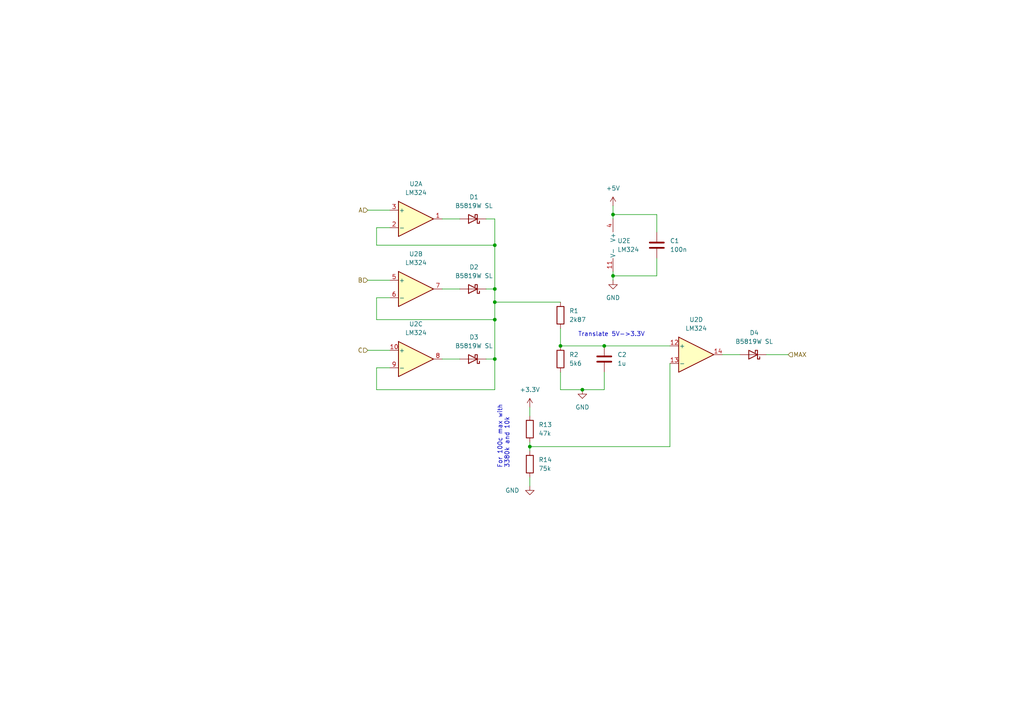
<source format=kicad_sch>
(kicad_sch (version 20230121) (generator eeschema)
  (paper "A4")
  (lib_symbols
    (symbol "Amplifier_Operational:LM324" (pin_names (offset 0.127))
      (property "Reference" "U" (at 0 5.08 0))
      (property "Value" "LM324" (at 0 -5.08 0))
      (symbol "LM324_1_1"
        (polyline (pts (xy -5.08 5.08) (xy 5.08 0) (xy -5.08 -5.08) (xy -5.08 5.08)) (stroke (width 0.254)) (fill (type background)))
        (pin output line (at 7.62 0 180) (length 2.54) (name "~") (number "1"))
        (pin input line (at -7.62 -2.54 0) (length 2.54) (name "-") (number "2"))
        (pin input line (at -7.62 2.54 0) (length 2.54) (name "+") (number "3"))
      )
      (symbol "LM324_2_1"
        (polyline (pts (xy -5.08 5.08) (xy 5.08 0) (xy -5.08 -5.08) (xy -5.08 5.08)) (stroke (width 0.254)) (fill (type background)))
        (pin input line (at -7.62 2.54 0) (length 2.54) (name "+") (number "5"))
        (pin input line (at -7.62 -2.54 0) (length 2.54) (name "-") (number "6"))
        (pin output line (at 7.62 0 180) (length 2.54) (name "~") (number "7"))
      )
      (symbol "LM324_3_1"
        (polyline (pts (xy -5.08 5.08) (xy 5.08 0) (xy -5.08 -5.08) (xy -5.08 5.08)) (stroke (width 0.254)) (fill (type background)))
        (pin input line (at -7.62 2.54 0) (length 2.54) (name "+") (number "10"))
        (pin output line (at 7.62 0 180) (length 2.54) (name "~") (number "8"))
        (pin input line (at -7.62 -2.54 0) (length 2.54) (name "-") (number "9"))
      )
      (symbol "LM324_4_1"
        (polyline (pts (xy -5.08 5.08) (xy 5.08 0) (xy -5.08 -5.08) (xy -5.08 5.08)) (stroke (width 0.254)) (fill (type background)))
        (pin input line (at -7.62 2.54 0) (length 2.54) (name "+") (number "12"))
        (pin input line (at -7.62 -2.54 0) (length 2.54) (name "-") (number "13"))
        (pin output line (at 7.62 0 180) (length 2.54) (name "~") (number "14"))
      )
      (symbol "LM324_5_1"
        (pin power_in line (at -2.54 -7.62 90) (length 3.81) (name "V-") (number "11"))
        (pin power_in line (at -2.54 7.62 270) (length 3.81) (name "V+") (number "4"))
      )
    )
    (symbol "Device:C" (pin_numbers hide) (pin_names (offset 0.254))
      (property "Reference" "C" (at 0.635 2.54 0))
      (property "Value" "C" (at 0.635 -2.54 0))
      (symbol "C_0_1"
        (polyline (pts (xy -2.032 -0.762) (xy 2.032 -0.762)) (stroke (width 0.508)))
        (polyline (pts (xy -2.032 0.762) (xy 2.032 0.762)) (stroke (width 0.508)))
      )
      (symbol "C_1_1"
        (pin passive line (at 0 3.81 270) (length 2.794) (name "~") (number "1"))
        (pin passive line (at 0 -3.81 90) (length 2.794) (name "~") (number "2"))
      )
    )
    (symbol "Device:D_Schottky" (pin_numbers hide) (pin_names (offset 1.016) hide)
      (property "Reference" "D" (at 0 2.54 0))
      (property "Value" "D_Schottky" (at 0 -2.54 0))
      (symbol "D_Schottky_0_1"
        (polyline (pts (xy 1.27 0) (xy -1.27 0)))
        (polyline (pts (xy 1.27 1.27) (xy 1.27 -1.27) (xy -1.27 0) (xy 1.27 1.27)) (stroke (width 0.254)))
        (polyline (pts (xy -1.905 0.635) (xy -1.905 1.27) (xy -1.27 1.27) (xy -1.27 -1.27) (xy -0.635 -1.27) (xy -0.635 -0.635)) (stroke (width 0.254)))
      )
      (symbol "D_Schottky_1_1"
        (pin passive line (at -3.81 0 0) (length 2.54) (name "K") (number "1"))
        (pin passive line (at 3.81 0 180) (length 2.54) (name "A") (number "2"))
      )
    )
    (symbol "Device:R" (pin_numbers hide) (pin_names (offset 0))
      (property "Reference" "R" (at 2.032 0 90))
      (property "Value" "R" (at 0 0 90))
      (symbol "R_0_1"
        (rectangle (start -1.016 -2.54) (end 1.016 2.54) (stroke (width 0.254)))
      )
      (symbol "R_1_1"
        (pin passive line (at 0 3.81 270) (length 1.27) (name "~") (number "1"))
        (pin passive line (at 0 -3.81 90) (length 1.27) (name "~") (number "2"))
      )
    )
    (symbol "power:+3.3V" (power) (pin_names (offset 0))
      (property "Value" "+3.3V" (at 0 3.556 0))
      (symbol "+3.3V_0_1"
        (polyline (pts (xy -0.762 1.27) (xy 0 2.54)))
        (polyline (pts (xy 0 0) (xy 0 2.54)))
        (polyline (pts (xy 0 2.54) (xy 0.762 1.27)))
      )
      (symbol "+3.3V_1_1"
        (pin power_in line (at 0 0 90) (length 0) hide (name "+3.3V") (number "1"))
      )
    )
    (symbol "power:+5V" (power) (pin_names (offset 0))
      (property "Value" "+5V" (at 0 3.556 0))
      (symbol "+5V_0_1"
        (polyline (pts (xy -0.762 1.27) (xy 0 2.54)))
        (polyline (pts (xy 0 0) (xy 0 2.54)))
        (polyline (pts (xy 0 2.54) (xy 0.762 1.27)))
      )
      (symbol "+5V_1_1"
        (pin power_in line (at 0 0 90) (length 0) hide (name "+5V") (number "1"))
      )
    )
    (symbol "power:GND" (power) (pin_names (offset 0))
      (property "Value" "GND" (at 0 -3.81 0))
      (symbol "GND_0_1"
        (polyline (pts (xy 0 0) (xy 0 -1.27) (xy 1.27 -1.27) (xy 0 -2.54) (xy -1.27 -1.27) (xy 0 -1.27)))
      )
      (symbol "GND_1_1"
        (pin power_in line (at 0 0 270) (length 0) hide (name "GND") (number "1"))
      )
    )
  )
  (junction (at 143.51 92.71))
  (junction (at 177.8 62.23))
  (junction (at 153.67 129.54))
  (junction (at 143.51 87.63))
  (junction (at 177.8 80.01))
  (junction (at 175.26 100.33))
  (junction (at 143.51 71.12))
  (junction (at 143.51 104.14))
  (junction (at 162.56 100.33))
  (junction (at 143.51 83.82))
  (junction (at 168.91 113.03))
  (wire (pts (xy 113.03 106.68) (xy 109.22 106.68)))
  (wire (pts (xy 109.22 106.68) (xy 109.22 113.03)))
  (wire (pts (xy 143.51 63.5) (xy 140.97 63.5)))
  (wire (pts (xy 175.26 100.33) (xy 194.31 100.33)))
  (wire (pts (xy 162.56 100.33) (xy 175.26 100.33)))
  (wire (pts (xy 177.8 80.01) (xy 177.8 81.28)))
  (wire (pts (xy 190.5 62.23) (xy 177.8 62.23)))
  (wire (pts (xy 162.56 95.25) (xy 162.56 100.33)))
  (wire (pts (xy 128.27 63.5) (xy 133.35 63.5)))
  (wire (pts (xy 153.67 129.54) (xy 153.67 130.81)))
  (wire (pts (xy 162.56 107.95) (xy 162.56 113.03)))
  (wire (pts (xy 177.8 59.69) (xy 177.8 62.23)))
  (wire (pts (xy 143.51 83.82) (xy 140.97 83.82)))
  (wire (pts (xy 194.31 105.41) (xy 194.31 129.54)))
  (wire (pts (xy 109.22 92.71) (xy 143.51 92.71)))
  (wire (pts (xy 143.51 113.03) (xy 143.51 104.14)))
  (wire (pts (xy 175.26 113.03) (xy 175.26 107.95)))
  (wire (pts (xy 190.5 80.01) (xy 177.8 80.01)))
  (wire (pts (xy 222.25 102.87) (xy 228.6 102.87)))
  (wire (pts (xy 106.68 60.96) (xy 113.03 60.96)))
  (wire (pts (xy 143.51 104.14) (xy 140.97 104.14)))
  (wire (pts (xy 109.22 71.12) (xy 143.51 71.12)))
  (wire (pts (xy 153.67 128.27) (xy 153.67 129.54)))
  (wire (pts (xy 143.51 92.71) (xy 143.51 87.63)))
  (wire (pts (xy 143.51 71.12) (xy 143.51 63.5)))
  (wire (pts (xy 209.55 102.87) (xy 214.63 102.87)))
  (wire (pts (xy 143.51 92.71) (xy 143.51 104.14)))
  (wire (pts (xy 162.56 113.03) (xy 168.91 113.03)))
  (wire (pts (xy 143.51 87.63) (xy 162.56 87.63)))
  (wire (pts (xy 153.67 138.43) (xy 153.67 140.97)))
  (wire (pts (xy 168.91 113.03) (xy 175.26 113.03)))
  (wire (pts (xy 153.67 118.11) (xy 153.67 120.65)))
  (wire (pts (xy 190.5 67.31) (xy 190.5 62.23)))
  (wire (pts (xy 194.31 129.54) (xy 153.67 129.54)))
  (wire (pts (xy 128.27 104.14) (xy 133.35 104.14)))
  (wire (pts (xy 106.68 101.6) (xy 113.03 101.6)))
  (wire (pts (xy 190.5 74.93) (xy 190.5 80.01)))
  (wire (pts (xy 143.51 87.63) (xy 143.51 83.82)))
  (wire (pts (xy 113.03 86.36) (xy 109.22 86.36)))
  (wire (pts (xy 106.68 81.28) (xy 113.03 81.28)))
  (wire (pts (xy 143.51 71.12) (xy 143.51 83.82)))
  (wire (pts (xy 177.8 78.74) (xy 177.8 80.01)))
  (wire (pts (xy 113.03 66.04) (xy 109.22 66.04)))
  (wire (pts (xy 128.27 83.82) (xy 133.35 83.82)))
  (wire (pts (xy 109.22 66.04) (xy 109.22 71.12)))
  (wire (pts (xy 109.22 86.36) (xy 109.22 92.71)))
  (wire (pts (xy 109.22 113.03) (xy 143.51 113.03)))
  (wire (pts (xy 177.8 62.23) (xy 177.8 63.5)))
  (text "Translate 5V->3.3V" (at 167.64 97.79 0) (effects (font (size 1.27 1.27)) (justify left bottom)))
  (text "For 100c max with \n3380k and 10k\n\n" (at 149.86 135.89 90) (effects (font (size 1.27 1.27)) (justify left bottom)))
  (hierarchical_label "C" (shape input) (at 106.68 101.6 180))
  (hierarchical_label "A" (shape input) (at 106.68 60.96 180))
  (hierarchical_label "B" (shape input) (at 106.68 81.28 180))
  (hierarchical_label "MAX" (shape input) (at 228.6 102.87 0))
  (symbol (lib_id "Device:R") (at 153.67 134.62 0) (unit 1)
    (property "Reference" "R14" (at 156.21 133.35 0) (effects (justify left)))
    (property "Value" "75k" (at 156.21 135.89 0) (effects (justify left)))
    (property "Footprint" "Resistor_SMD:R_0805_2012Metric" (effects hide))
    (property "MPN" "C17819" (effects hide))
    (instances (project "GigaVescDrivers" (path "" (reference "R14") (unit 1)) (path "" (reference "R4") (unit 1))))
  )
  (symbol (lib_id "power:GND") (at 153.67 140.97 0) (unit 1)
    (property "Reference" "#PWR022" (effects hide))
    (property "Value" "GND" (at 148.59 142.24 0))
    (instances (project "GigaVescDrivers" (path "" (reference "#PWR022") (unit 1)) (path "" (reference "#PWR013") (unit 1))))
  )
  (symbol (lib_id "Device:R") (at 162.56 91.44 0) (unit 1)
    (property "Reference" "R1" (at 165.1 90.17 0) (effects (justify left)))
    (property "Value" "2k87" (at 165.1 92.71 0) (effects (justify left)))
    (property "Footprint" "Resistor_SMD:R_0805_2012Metric" (effects hide))
    (property "MPN" "C365281" (effects hide))
  )
  (symbol (lib_id "Amplifier_Operational:LM324") (at 120.65 83.82 0) (unit 2)
    (property "Reference" "U2" (at 120.65 73.66 0))
    (property "Value" "LM324" (at 120.65 76.2 0))
    (property "Footprint" "Package_SO:TSSOP-14_4.4x5mm_P0.65mm" (effects hide))
    (property "Datasheet" "http://www.ti.com/lit/ds/symlink/lm2902-n.pdf" (effects hide))
    (property "MPN" "C7942" (effects hide))
  )
  (symbol (lib_id "Device:C") (at 190.5 71.12 0) (unit 1)
    (property "Reference" "C1" (at 194.31 69.85 0) (effects (justify left)))
    (property "Value" "100n" (at 194.31 72.39 0) (effects (justify left)))
    (property "Footprint" "Capacitor_SMD:C_0805_2012Metric" (effects hide))
    (property "MPN" "C28233" (effects hide))
  )
  (symbol (lib_id "Device:D_Schottky") (at 137.16 104.14 180) (unit 1)
    (property "Reference" "D3" (at 137.4775 97.79 0))
    (property "Value" "B5819W SL" (at 137.4775 100.33 0))
    (property "Footprint" "Diode_SMD:D_SOD-123" (effects hide))
  )
  (symbol (lib_id "Amplifier_Operational:LM324") (at 201.93 102.87 0) (unit 4)
    (property "Reference" "U2" (at 201.93 92.71 0))
    (property "Value" "LM324" (at 201.93 95.25 0))
    (property "Footprint" "Package_SO:TSSOP-14_4.4x5mm_P0.65mm" (effects hide))
    (property "Datasheet" "http://www.ti.com/lit/ds/symlink/lm2902-n.pdf" (effects hide))
    (property "MPN" "C7942" (effects hide))
  )
  (symbol (lib_id "Device:D_Schottky") (at 137.16 83.82 180) (unit 1)
    (property "Reference" "D2" (at 137.4775 77.47 0))
    (property "Value" "B5819W SL" (at 137.4775 80.01 0))
    (property "Footprint" "Diode_SMD:D_SOD-123" (effects hide))
  )
  (symbol (lib_id "Amplifier_Operational:LM324") (at 120.65 104.14 0) (unit 3)
    (property "Reference" "U2" (at 120.65 93.98 0))
    (property "Value" "LM324" (at 120.65 96.52 0))
    (property "Footprint" "Package_SO:TSSOP-14_4.4x5mm_P0.65mm" (effects hide))
    (property "Datasheet" "http://www.ti.com/lit/ds/symlink/lm2902-n.pdf" (effects hide))
    (property "MPN" "C7942" (effects hide))
  )
  (symbol (lib_id "power:GND") (at 177.8 81.28 0) (unit 1)
    (property "Reference" "#PWR02" (effects hide))
    (property "Value" "GND" (at 177.8 86.36 0))
  )
  (symbol (lib_id "power:GND") (at 168.91 113.03 0) (unit 1)
    (property "Reference" "#PWR03" (effects hide))
    (property "Value" "GND" (at 168.91 118.11 0))
  )
  (symbol (lib_id "Amplifier_Operational:LM324") (at 120.65 63.5 0) (unit 1)
    (property "Reference" "U2" (at 120.65 53.34 0))
    (property "Value" "LM324" (at 120.65 55.88 0))
    (property "Footprint" "Package_SO:TSSOP-14_4.4x5mm_P0.65mm" (effects hide))
    (property "Datasheet" "http://www.ti.com/lit/ds/symlink/lm2902-n.pdf" (effects hide))
    (property "MPN" "C7942" (effects hide))
  )
  (symbol (lib_id "power:+5V") (at 177.8 59.69 0) (unit 1)
    (property "Reference" "#PWR01" (effects hide))
    (property "Value" "+5V" (at 177.8 54.61 0))
  )
  (symbol (lib_id "Amplifier_Operational:LM324") (at 180.34 71.12 0) (unit 5)
    (property "Reference" "U2" (at 179.07 69.85 0) (effects (justify left)))
    (property "Value" "LM324" (at 179.07 72.39 0) (effects (justify left)))
    (property "Footprint" "Package_SO:TSSOP-14_4.4x5mm_P0.65mm" (effects hide))
    (property "Datasheet" "http://www.ti.com/lit/ds/symlink/lm2902-n.pdf" (effects hide))
    (property "MPN" "C7942" (effects hide))
  )
  (symbol (lib_id "Device:D_Schottky") (at 137.16 63.5 180) (unit 1)
    (property "Reference" "D1" (at 137.4775 57.15 0))
    (property "Value" "B5819W SL" (at 137.4775 59.69 0))
    (property "Footprint" "Diode_SMD:D_SOD-123" (effects hide))
    (property "MPN" "C8598" (effects hide))
  )
  (symbol (lib_id "Device:D_Schottky") (at 218.44 102.87 180) (unit 1)
    (property "Reference" "D4" (at 218.7575 96.52 0))
    (property "Value" "B5819W SL" (at 218.7575 99.06 0))
    (property "Footprint" "Diode_SMD:D_SOD-123" (effects hide))
  )
  (symbol (lib_id "Device:R") (at 153.67 124.46 0) (unit 1)
    (property "Reference" "R13" (at 156.21 123.19 0) (effects (justify left)))
    (property "Value" "47k" (at 156.21 125.73 0) (effects (justify left)))
    (property "Footprint" "Resistor_SMD:R_0805_2012Metric" (effects hide))
    (property "MPN" "C17713" (effects hide))
    (instances (project "GigaVescDrivers" (path "" (reference "R13") (unit 1)) (path "" (reference "R3") (unit 1))))
  )
  (symbol (lib_id "power:+3.3V") (at 153.67 118.11 0) (unit 1)
    (property "Reference" "#PWR021" (effects hide))
    (property "Value" "+3.3V" (at 153.67 113.03 0))
    (instances (project "GigaVescDrivers" (path "" (reference "#PWR021") (unit 1)) (path "" (reference "#PWR012") (unit 1))))
  )
  (symbol (lib_id "Device:R") (at 162.56 104.14 0) (unit 1)
    (property "Reference" "R2" (at 165.1 102.87 0) (effects (justify left)))
    (property "Value" "5k6" (at 165.1 105.41 0) (effects (justify left)))
    (property "Footprint" "Resistor_SMD:R_0805_2012Metric" (effects hide))
    (property "MPN" "C4382" (effects hide))
  )
  (symbol (lib_id "Device:C") (at 175.26 104.14 0) (unit 1)
    (property "Reference" "C2" (at 179.07 102.87 0) (effects (justify left)))
    (property "Value" "1u" (at 179.07 105.41 0) (effects (justify left)))
    (property "Footprint" "Capacitor_SMD:C_0805_2012Metric" (effects hide))
    (property "MPN" "C28323" (effects hide))
  )
)
</source>
